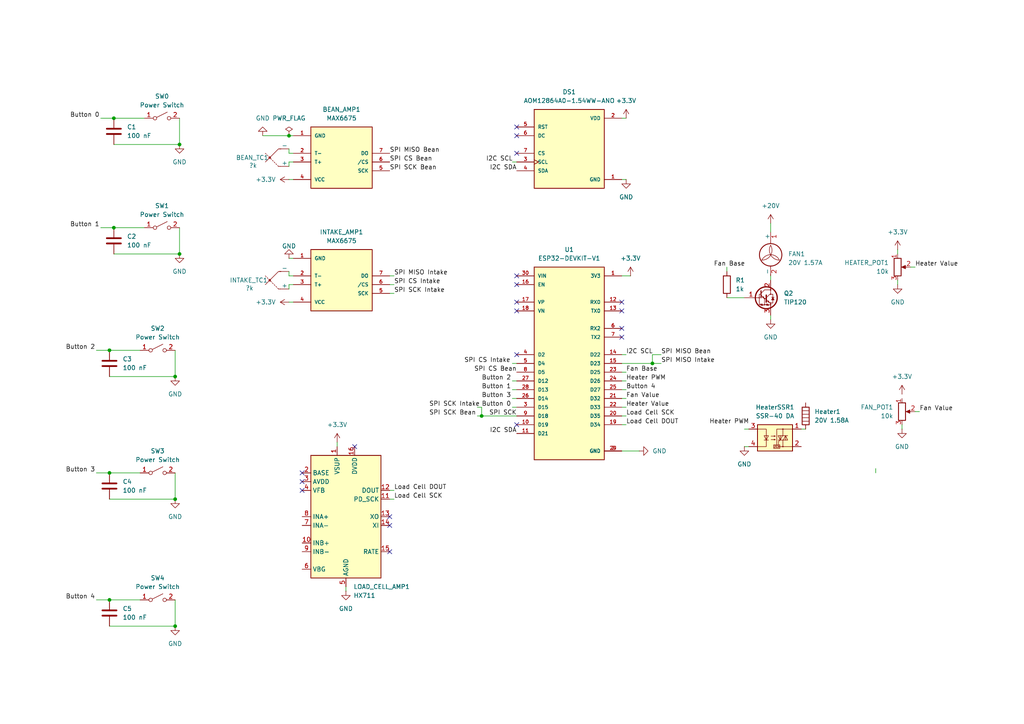
<source format=kicad_sch>
(kicad_sch (version 20250114) (generator "eeschema") (generator_version "9.0")
  (paper "A4")
  (title_block (title "Digital Coffee Roaster") (date "2025-01-04") (rev "alpha-1.0") (company "Todd Jobe"))
  (lib_symbols
    (symbol "AOM12864A0-1.54WW-ANO:AOM12864A0-1.54WW-ANO" (pin_names (offset 1.016))
      (property "Reference" "DS" (at -10.16 10.922 0))
      (property "Value" "AOM12864A0-1.54WW-ANO" (at -10.16 -15.24 0))
      (symbol "AOM12864A0-1.54WW-ANO_0_0"
        (rectangle (start -10.16 -12.7) (end 10.16 10.16) (stroke (width 0.254)) (fill (type background)))
        (pin input line (at -15.24 5.08 0) (length 5.08) (name "RST") (number "5"))
        (pin input line (at -15.24 2.54 0) (length 5.08) (name "DC") (number "6"))
        (pin input line (at -15.24 -2.54 0) (length 5.08) (name "CS") (number "7"))
        (pin input clock (at -15.24 -5.08 0) (length 5.08) (name "SCL") (number "3"))
        (pin bidirectional line (at -15.24 -7.62 0) (length 5.08) (name "SDA") (number "4"))
        (pin power_in line (at 15.24 7.62 180) (length 5.08) (name "VDD") (number "2"))
        (pin power_in line (at 15.24 -10.16 180) (length 5.08) (name "GND") (number "1"))
      )
    )
    (symbol "Analog_ADC:HX711"
      (property "Reference" "U" (at 5.08 21.59 0))
      (property "Value" "HX711" (at 7.62 19.05 0))
      (symbol "HX711_0_1"
        (rectangle (start -10.16 17.78) (end 10.16 -17.78) (stroke (width 0.254)) (fill (type background)))
      )
      (symbol "HX711_1_1"
        (pin passive line (at -12.7 12.7 0) (length 2.54) (name "BASE") (number "2"))
        (pin power_in line (at -12.7 10.16 0) (length 2.54) (name "AVDD") (number "3"))
        (pin input line (at -12.7 7.62 0) (length 2.54) (name "VFB") (number "4"))
        (pin input line (at -12.7 0 0) (length 2.54) (name "INA+") (number "8"))
        (pin input line (at -12.7 -2.54 0) (length 2.54) (name "INA-") (number "7"))
        (pin input line (at -12.7 -7.62 0) (length 2.54) (name "INB+") (number "10"))
        (pin input line (at -12.7 -10.16 0) (length 2.54) (name "INB-") (number "9"))
        (pin passive line (at -12.7 -15.24 0) (length 2.54) (name "VBG") (number "6"))
        (pin power_in line (at -2.54 20.32 270) (length 2.54) (name "VSUP") (number "1"))
        (pin power_in line (at 0 -20.32 90) (length 2.54) (name "AGND") (number "5"))
        (pin power_in line (at 2.54 20.32 270) (length 2.54) (name "DVDD") (number "16"))
        (pin output line (at 12.7 7.62 180) (length 2.54) (name "DOUT") (number "12"))
        (pin input line (at 12.7 5.08 180) (length 2.54) (name "PD_SCK") (number "11"))
        (pin passive line (at 12.7 0 180) (length 2.54) (name "XO") (number "13"))
        (pin passive line (at 12.7 -2.54 180) (length 2.54) (name "XI") (number "14"))
        (pin input line (at 12.7 -10.16 180) (length 2.54) (name "RATE") (number "15"))
      )
    )
    (symbol "Device:C" (pin_numbers (hide yes)) (pin_names (offset 0.254))
      (property "Reference" "C" (at 0.635 2.54 0))
      (property "Value" "C" (at 0.635 -2.54 0))
      (symbol "C_0_1"
        (polyline (pts (xy -2.032 0.762) (xy 2.032 0.762)) (stroke (width 0.508)))
        (polyline (pts (xy -2.032 -0.762) (xy 2.032 -0.762)) (stroke (width 0.508)))
      )
      (symbol "C_1_1"
        (pin passive line (at 0 3.81 270) (length 2.794) (name "~") (number "1"))
        (pin passive line (at 0 -3.81 90) (length 2.794) (name "~") (number "2"))
      )
    )
    (symbol "Device:Heater" (pin_numbers (hide yes)) (pin_names (offset 0))
      (property "Reference" "R" (at 2.032 0 90))
      (property "Value" "Heater" (at -2.032 0 90))
      (symbol "Heater_0_1"
        (polyline (pts (xy -1.016 1.524) (xy 1.016 1.524)))
        (rectangle (start -1.016 -2.54) (end 1.016 2.54) (stroke (width 0.254)))
        (polyline (pts (xy 1.016 0.508) (xy -1.016 0.508)))
        (polyline (pts (xy 1.016 -0.508) (xy -1.016 -0.508)))
        (polyline (pts (xy 1.016 -1.524) (xy -1.016 -1.524)))
      )
      (symbol "Heater_1_1"
        (pin passive line (at 0 3.81 270) (length 1.27) (name "~") (number "1"))
        (pin passive line (at 0 -3.81 90) (length 1.27) (name "~") (number "2"))
      )
    )
    (symbol "Device:R" (pin_numbers (hide yes)) (pin_names (offset 0))
      (property "Reference" "R" (at 2.032 0 90))
      (property "Value" "R" (at 0 0 90))
      (symbol "R_0_1"
        (rectangle (start -1.016 -2.54) (end 1.016 2.54) (stroke (width 0.254)))
      )
      (symbol "R_1_1"
        (pin passive line (at 0 3.81 270) (length 1.27) (name "~") (number "1"))
        (pin passive line (at 0 -3.81 90) (length 1.27) (name "~") (number "2"))
      )
    )
    (symbol "Device:R_Potentiometer" (pin_names (offset 1.016) (hide yes))
      (property "Reference" "RV" (at -4.445 0 90))
      (property "Value" "R_Potentiometer" (at -2.54 0 90))
      (symbol "R_Potentiometer_0_1"
        (rectangle (start 1.016 2.54) (end -1.016 -2.54) (stroke (width 0.254)))
        (polyline (pts (xy 1.143 0) (xy 2.286 0.508) (xy 2.286 -0.508) (xy 1.143 0)) (fill (type outline)))
        (polyline (pts (xy 2.54 0) (xy 1.524 0)))
      )
      (symbol "R_Potentiometer_1_1"
        (pin passive line (at 0 3.81 270) (length 1.27) (name "1") (number "1"))
        (pin passive line (at 0 -3.81 90) (length 1.27) (name "3") (number "3"))
        (pin passive line (at 3.81 0 180) (length 1.27) (name "2") (number "2"))
      )
    )
    (symbol "Device:Thermocouple" (pin_numbers (hide yes)) (pin_names (offset 0))
      (property "Reference" "TC" (at -3.048 3.81 0))
      (property "Value" "Thermocouple" (at -5.08 -4.064 0))
      (symbol "Thermocouple_0_1"
        (polyline (pts (xy -4.064 -1.016) (xy -4.318 -1.27)))
        (polyline (pts (xy -3.556 -0.508) (xy -3.81 -0.762)))
        (circle (center -3.048 0) (radius 0.254) (fill (type outline)))
        (polyline (pts (xy -3.048 0) (xy -3.302 -0.254)))
        (polyline (pts (xy -2.54 0.508) (xy -2.794 0.254)))
        (polyline (pts (xy -2.032 1.016) (xy -2.286 0.762)))
        (polyline (pts (xy -1.524 1.524) (xy -1.778 1.27)))
        (polyline (pts (xy -1.016 2.032) (xy -1.27 1.778)))
        (polyline (pts (xy -0.508 2.54) (xy -0.762 2.286)))
        (polyline (pts (xy 0 2.54) (xy -0.508 2.54)))
        (polyline (pts (xy 0 -2.54) (xy -0.254 -2.54)))
        (polyline (pts (xy 0.254 -2.54) (xy -0.508 -2.54) (xy -4.318 1.27)))
      )
      (symbol "Thermocouple_1_1"
        (pin passive line (at 2.54 2.54 180) (length 2.54) (name "+") (number "1"))
        (pin passive line (at 2.54 -2.54 180) (length 2.54) (name "-") (number "2"))
      )
    )
    (symbol "ESP32-DEVKIT-V1:ESP32-DEVKIT-V1" (pin_names (offset 1.016))
      (property "Reference" "U" (at -10.16 30.48 0))
      (property "Value" "ESP32-DEVKIT-V1" (at -10.16 -30.48 0))
      (symbol "ESP32-DEVKIT-V1_0_0"
        (rectangle (start -10.16 -27.94) (end 10.16 27.94) (stroke (width 0.254)) (fill (type background)))
        (pin input line (at -15.24 25.4 0) (length 5.08) (name "VIN") (number "30"))
        (pin input line (at -15.24 22.86 0) (length 5.08) (name "EN") (number "16"))
        (pin bidirectional line (at -15.24 17.78 0) (length 5.08) (name "VP") (number "17"))
        (pin bidirectional line (at -15.24 15.24 0) (length 5.08) (name "VN") (number "18"))
        (pin bidirectional line (at -15.24 2.54 0) (length 5.08) (name "D2") (number "4"))
        (pin bidirectional line (at -15.24 0 0) (length 5.08) (name "D4") (number "5"))
        (pin bidirectional line (at -15.24 -2.54 0) (length 5.08) (name "D5") (number "8"))
        (pin bidirectional line (at -15.24 -5.08 0) (length 5.08) (name "D12") (number "27"))
        (pin bidirectional line (at -15.24 -7.62 0) (length 5.08) (name "D13") (number "28"))
        (pin bidirectional line (at -15.24 -10.16 0) (length 5.08) (name "D14") (number "26"))
        (pin bidirectional line (at -15.24 -12.7 0) (length 5.08) (name "D15") (number "3"))
        (pin bidirectional line (at -15.24 -15.24 0) (length 5.08) (name "D18") (number "9"))
        (pin bidirectional line (at -15.24 -17.78 0) (length 5.08) (name "D19") (number "10"))
        (pin bidirectional line (at -15.24 -20.32 0) (length 5.08) (name "D21") (number "11"))
        (pin output line (at 15.24 25.4 180) (length 5.08) (name "3V3") (number "1"))
        (pin input line (at 15.24 17.78 180) (length 5.08) (name "RX0") (number "12"))
        (pin output line (at 15.24 15.24 180) (length 5.08) (name "TX0") (number "13"))
        (pin input line (at 15.24 10.16 180) (length 5.08) (name "RX2") (number "6"))
        (pin output line (at 15.24 7.62 180) (length 5.08) (name "TX2") (number "7"))
        (pin bidirectional line (at 15.24 2.54 180) (length 5.08) (name "D22") (number "14"))
        (pin bidirectional line (at 15.24 0 180) (length 5.08) (name "D23") (number "15"))
        (pin bidirectional line (at 15.24 -2.54 180) (length 5.08) (name "D25") (number "23"))
        (pin bidirectional line (at 15.24 -5.08 180) (length 5.08) (name "D26") (number "24"))
        (pin bidirectional line (at 15.24 -7.62 180) (length 5.08) (name "D27") (number "25"))
        (pin bidirectional line (at 15.24 -10.16 180) (length 5.08) (name "D32") (number "21"))
        (pin bidirectional line (at 15.24 -12.7 180) (length 5.08) (name "D33") (number "22"))
        (pin bidirectional line (at 15.24 -15.24 180) (length 5.08) (name "D35") (number "20"))
        (pin bidirectional line (at 15.24 -17.78 180) (length 5.08) (name "D34") (number "19"))
        (pin power_in line (at 15.24 -25.4 180) (length 5.08) (name "GND") (number "2"))
        (pin power_in line (at 15.24 -25.4 180) (length 5.08) (name "GND") (number "29"))
      )
    )
    (symbol "MAX6675:MAX6675" (pin_names (offset 1.016))
      (property "Reference" "IC" (at 10.16 7.62 0))
      (property "Value" "MAX6675" (at -7.62 -15.24 0))
      (symbol "MAX6675_0_0"
        (rectangle (start -7.62 -12.7) (end 10.16 5.08) (stroke (width 0.254)) (fill (type background)))
        (pin power_in line (at -12.7 2.54 0) (length 5.08) (name "GND") (number "1"))
        (pin input line (at -12.7 -2.54 0) (length 5.08) (name "T-") (number "2"))
        (pin input line (at -12.7 -5.08 0) (length 5.08) (name "T+") (number "3"))
        (pin power_in line (at -12.7 -10.16 0) (length 5.08) (name "VCC") (number "4"))
        (pin output line (at 15.24 -2.54 180) (length 5.08) (name "DO") (number "7"))
        (pin input line (at 15.24 -5.08 180) (length 5.08) (name "/CS") (number "6"))
        (pin input line (at 15.24 -7.62 180) (length 5.08) (name "SCK") (number "5"))
      )
    )
    (symbol "Motor:Fan" (pin_names (offset 0))
      (property "Reference" "M" (at 2.54 5.08 0))
      (property "Value" "Fan" (at 2.54 -2.54 0))
      (symbol "Fan_0_1"
        (arc (start 0 3.81) (mid -0.0015 0.9048) (end -2.54 -0.508))
        (polyline (pts (xy 0 4.572) (xy 0 5.08)))
        (polyline (pts (xy 0 4.2672) (xy 0 4.6228)))
        (circle (center 0 1.016) (radius 3.2512) (stroke (width 0.254)))
        (arc (start -2.54 -0.508) (mid 0 1.0618) (end 2.54 -0.508))
        (polyline (pts (xy 0 -2.2352) (xy 0 -2.6416)))
        (polyline (pts (xy 0 -5.08) (xy 0 -4.572)))
        (arc (start 2.54 -0.508) (mid 0.047 0.9315) (end 0 3.81))
      )
      (symbol "Fan_1_1"
        (pin passive line (at 0 7.62 270) (length 2.54) (name "+") (number "1"))
        (pin passive line (at 0 -5.08 90) (length 2.54) (name "-") (number "2"))
      )
    )
    (symbol "Relay_SolidState:S216S02"
      (property "Reference" "U" (at -5.08 5.08 0))
      (property "Value" "S216S02" (at 0 5.08 0))
      (symbol "S216S02_0_0"
        (rectangle (start -0.381 -2.032) (end 1.397 -3.048))
        (polyline (pts (xy 1.524 -0.635) (xy 1.016 -1.016) (xy 1.016 -2.032)))
        (polyline (pts (xy 2.286 -2.54) (xy 1.397 -2.54)))
        (text "ZCD" (at 0.508 -2.54 0) (effects (font (size 0.508 0.508))))
      )
      (symbol "S216S02_0_1"
        (rectangle (start -5.08 3.81) (end 5.08 -3.81) (stroke (width 0.254)) (fill (type background)))
        (polyline (pts (xy -5.08 2.54) (xy -2.54 2.54) (xy -2.54 -2.54) (xy -5.08 -2.54)))
        (polyline (pts (xy -3.175 -0.635) (xy -1.905 -0.635)))
        (polyline (pts (xy -2.54 -0.635) (xy -3.175 0.635) (xy -1.905 0.635) (xy -2.54 -0.635)))
        (polyline (pts (xy -1.143 0.508) (xy 0.127 0.508) (xy -0.254 0.381) (xy -0.254 0.635) (xy 0.127 0.508)))
        (polyline (pts (xy -1.143 -0.508) (xy 0.127 -0.508) (xy -0.254 -0.635) (xy -0.254 -0.381) (xy 0.127 -0.508)))
        (polyline (pts (xy 0.889 -0.635) (xy 3.683 -0.635) (xy 3.048 0.635) (xy 2.413 -0.635)))
        (polyline (pts (xy 1.524 -0.635) (xy 1.524 0.635)))
        (polyline (pts (xy 2.286 2.54) (xy 0.508 2.54) (xy 0.508 -2.032)))
        (circle (center 2.286 2.54) (radius 0.127))
        (polyline (pts (xy 2.286 0.635) (xy 2.286 2.54) (xy 5.08 2.54)))
        (polyline (pts (xy 2.286 -0.635) (xy 2.286 -2.54) (xy 5.08 -2.54)))
        (circle (center 2.286 -2.54) (radius 0.127))
        (polyline (pts (xy 3.048 0.635) (xy 3.048 -0.635)))
        (polyline (pts (xy 3.683 0.635) (xy 0.889 0.635) (xy 1.524 -0.635) (xy 2.159 0.635)))
      )
      (symbol "S216S02_1_1"
        (pin passive line (at -7.62 2.54 0) (length 2.54) (name "~") (number "3"))
        (pin passive line (at -7.62 -2.54 0) (length 2.54) (name "~") (number "4"))
        (pin passive line (at 7.62 2.54 180) (length 2.54) (name "~") (number "1"))
        (pin passive line (at 7.62 -2.54 180) (length 2.54) (name "~") (number "2"))
      )
    )
    (symbol "Switch:SW_SPST" (pin_names (offset 0) (hide yes))
      (property "Reference" "SW" (at 0 3.175 0))
      (property "Value" "SW_SPST" (at 0 -2.54 0))
      (symbol "SW_SPST_0_0"
        (circle (center -2.032 0) (radius 0.508))
        (polyline (pts (xy -1.524 0.254) (xy 1.524 1.778)))
        (circle (center 2.032 0) (radius 0.508))
      )
      (symbol "SW_SPST_1_1"
        (pin passive line (at -5.08 0 0) (length 2.54) (name "A") (number "1"))
        (pin passive line (at 5.08 0 180) (length 2.54) (name "B") (number "2"))
      )
    )
    (symbol "Transistor_BJT:TIP120" (pin_names (offset 0) (hide yes))
      (property "Reference" "Q" (at 5.08 1.905 0))
      (property "Value" "TIP120" (at 5.08 0 0))
      (symbol "TIP120_0_1"
        (polyline (pts (xy -1.27 0) (xy -0.889 0)))
        (circle (center -0.762 0) (radius 0.127))
        (polyline (pts (xy -0.254 2.032) (xy -0.254 0) (xy -0.254 0)) (stroke (width 0.3048)))
        (polyline (pts (xy -0.254 1.27) (xy 0.762 2.286) (xy 2.54 2.286)))
        (polyline (pts (xy -0.254 1.016) (xy -0.762 1.016) (xy -0.762 -2.032)))
        (polyline (pts (xy -0.254 0.762) (xy 0.762 -0.254) (xy 1.27 -0.254)))
        (polyline (pts (xy 0.635 -0.127) (xy 0.381 0.381) (xy 0.127 0.127) (xy 0.635 -0.127)))
        (polyline (pts (xy 0.762 -0.254) (xy 0.762 -2.032) (xy 1.143 -2.032) (xy 1.27 -1.778) (xy 1.397 -2.286) (xy 1.524 -1.778) (xy 1.651 -2.286) (xy 1.778 -1.778) (xy 1.905 -2.286) (xy 2.032 -2.032) (xy 2.54 -2.032)))
        (circle (center 0.762 -0.254) (radius 0.127))
        (polyline (pts (xy 0.762 -2.032) (xy 0.381 -2.032) (xy 0.254 -2.286) (xy 0.127 -1.778) (xy 0 -2.286) (xy -0.127 -1.778) (xy -0.254 -2.286) (xy -0.381 -1.778) (xy -0.508 -2.032) (xy -0.762 -2.032)))
        (circle (center 0.762 -2.032) (radius 0.127))
        (polyline (pts (xy 1.27 0.762) (xy 1.27 -1.27) (xy 1.27 -1.27)) (stroke (width 0.381)))
        (polyline (pts (xy 1.27 0) (xy 2.286 1.016) (xy 2.54 1.016) (xy 2.54 2.286)))
        (circle (center 1.27 0) (radius 3.175) (stroke (width 0.3556)))
        (polyline (pts (xy 1.27 -0.508) (xy 2.286 -1.524) (xy 2.54 -1.524) (xy 2.54 -2.032)))
        (polyline (pts (xy 2.159 -1.397) (xy 1.905 -0.889) (xy 1.651 -1.143) (xy 2.159 -1.397)))
        (circle (center 2.54 2.286) (radius 0.127))
        (circle (center 2.54 1.016) (radius 0.127))
        (polyline (pts (xy 2.54 -1.524) (xy 3.175 -1.524)))
        (circle (center 2.54 -1.524) (radius 0.127))
        (polyline (pts (xy 2.54 -2.032) (xy 2.54 -2.54)))
        (circle (center 2.54 -2.032) (radius 0.127))
        (polyline (pts (xy 2.794 0.127) (xy 3.556 0.127)))
        (polyline (pts (xy 3.175 1.016) (xy 2.54 1.016)))
        (polyline (pts (xy 3.175 1.016) (xy 3.175 0.127)))
        (polyline (pts (xy 3.175 0.127) (xy 2.794 -0.635) (xy 3.556 -0.635) (xy 3.175 0.127)) (fill (type outline)))
        (polyline (pts (xy 3.175 -0.635) (xy 3.175 -1.524)))
      )
      (symbol "TIP120_1_1"
        (pin input line (at -5.08 0 0) (length 3.81) (name "B") (number "1"))
        (pin passive line (at 2.54 5.08 270) (length 2.667) (name "C") (number "2"))
        (pin passive line (at 2.54 -5.08 90) (length 2.54) (name "E") (number "3"))
      )
    )
    (symbol "power:+3.3V" (power) (pin_numbers (hide yes)) (pin_names (offset 0) (hide yes))
      (property "Value" "+3.3V" (at 0 3.556 0))
      (symbol "+3.3V_0_1"
        (polyline (pts (xy -0.762 1.27) (xy 0 2.54)))
        (polyline (pts (xy 0 2.54) (xy 0.762 1.27)))
        (polyline (pts (xy 0 0) (xy 0 2.54)))
      )
      (symbol "+3.3V_1_1"
        (pin power_in line (at 0 0 90) (length 0) (name "~") (number "1"))
      )
    )
    (symbol "power:GND" (power) (pin_numbers (hide yes)) (pin_names (offset 0) (hide yes))
      (property "Value" "GND" (at 0 -3.81 0))
      (symbol "GND_0_1"
        (polyline (pts (xy 0 0) (xy 0 -1.27) (xy 1.27 -1.27) (xy 0 -2.54) (xy -1.27 -1.27) (xy 0 -1.27)))
      )
      (symbol "GND_1_1"
        (pin power_in line (at 0 0 270) (length 0) (name "~") (number "1"))
      )
    )
    (symbol "power:PWR_FLAG" (power) (pin_numbers (hide yes)) (pin_names (offset 0) (hide yes))
      (property "Value" "PWR_FLAG" (at 0 3.81 0))
      (symbol "PWR_FLAG_0_0"
        (pin power_out line (at 0 0 90) (length 0) (name "~") (number "1"))
      )
      (symbol "PWR_FLAG_0_1"
        (polyline (pts (xy 0 0) (xy 0 1.27) (xy -1.016 1.905) (xy 0 2.54) (xy 1.016 1.905) (xy 0 1.27)))
      )
    )
    (symbol "power:VDC" (power) (pin_numbers (hide yes)) (pin_names (offset 0) (hide yes))
      (property "Value" "VDC" (at 0 3.556 0))
      (symbol "VDC_0_1"
        (polyline (pts (xy -0.762 1.27) (xy 0 2.54)))
        (polyline (pts (xy 0 2.54) (xy 0.762 1.27)))
        (polyline (pts (xy 0 0) (xy 0 2.54)))
      )
      (symbol "VDC_1_1"
        (pin power_in line (at 0 0 90) (length 0) (name "~") (number "1"))
      )
    )
  )
  (junction (at 83.82 39.37))
  (junction (at 189.23 105.41))
  (junction (at 33.02 66.04))
  (junction (at 31.75 101.6))
  (junction (at 139.7 120.65))
  (junction (at 52.07 73.66))
  (junction (at 31.75 137.16))
  (junction (at 50.8 144.78))
  (junction (at 31.75 173.99))
  (junction (at 50.8 181.61))
  (junction (at 50.8 109.22))
  (junction (at 33.02 34.29))
  (junction (at 52.07 41.91))
  (no_connect (at 149.86 123.19))
  (no_connect (at 149.86 87.63))
  (no_connect (at 102.87 129.54))
  (no_connect (at 113.03 160.02))
  (no_connect (at 149.86 44.45))
  (no_connect (at 87.63 142.24))
  (no_connect (at 180.34 95.25))
  (no_connect (at 87.63 139.7))
  (no_connect (at 149.86 36.83))
  (no_connect (at 149.86 39.37))
  (no_connect (at 87.63 137.16))
  (no_connect (at 180.34 90.17))
  (no_connect (at 113.03 149.86))
  (no_connect (at 113.03 152.4))
  (no_connect (at 180.34 97.79))
  (no_connect (at 149.86 90.17))
  (no_connect (at 149.86 80.01))
  (no_connect (at 149.86 102.87))
  (no_connect (at 149.86 82.55))
  (no_connect (at 180.34 87.63))
  (wire (pts (xy 180.34 102.87) (xy 181.61 102.87)))
  (wire (pts (xy 83.82 74.93) (xy 85.09 74.93)))
  (wire (pts (xy 180.34 118.11) (xy 181.61 118.11)))
  (wire (pts (xy 210.82 77.47) (xy 210.82 78.74)))
  (wire (pts (xy 50.8 101.6) (xy 50.8 109.22)))
  (wire (pts (xy 180.34 110.49) (xy 181.61 110.49)))
  (wire (pts (xy 261.62 123.19) (xy 261.62 124.46)))
  (wire (pts (xy 33.02 66.04) (xy 41.91 66.04)))
  (wire (pts (xy 31.75 181.61) (xy 50.8 181.61)))
  (wire (pts (xy 210.82 86.36) (xy 215.9 86.36)))
  (wire (pts (xy 85.09 39.37) (xy 83.82 39.37)))
  (wire (pts (xy 83.82 52.07) (xy 85.09 52.07)))
  (wire (pts (xy 148.59 110.49) (xy 149.86 110.49)))
  (wire (pts (xy 189.23 105.41) (xy 191.77 105.41)))
  (wire (pts (xy 180.34 105.41) (xy 189.23 105.41)))
  (wire (pts (xy 180.34 80.01) (xy 182.88 80.01)))
  (wire (pts (xy 31.75 101.6) (xy 40.64 101.6)))
  (wire (pts (xy 113.03 85.09) (xy 114.3 85.09)))
  (wire (pts (xy 189.23 102.87) (xy 191.77 102.87)))
  (wire (pts (xy 83.82 83.82) (xy 83.82 82.55)))
  (wire (pts (xy 254 135.89) (xy 254 137.16)))
  (wire (pts (xy 180.34 130.81) (xy 185.42 130.81)))
  (wire (pts (xy 265.43 119.38) (xy 266.7 119.38)))
  (wire (pts (xy 52.07 66.04) (xy 52.07 73.66)))
  (wire (pts (xy 138.43 118.11) (xy 139.7 118.11)))
  (wire (pts (xy 223.52 91.44) (xy 223.52 92.71)))
  (wire (pts (xy 180.34 115.57) (xy 181.61 115.57)))
  (wire (pts (xy 189.23 105.41) (xy 189.23 102.87)))
  (wire (pts (xy 83.82 87.63) (xy 85.09 87.63)))
  (wire (pts (xy 180.34 120.65) (xy 181.61 120.65)))
  (wire (pts (xy 260.35 81.28) (xy 260.35 82.55)))
  (wire (pts (xy 180.34 123.19) (xy 181.61 123.19)))
  (wire (pts (xy 180.34 34.29) (xy 181.61 34.29)))
  (wire (pts (xy 83.82 48.26) (xy 83.82 46.99)))
  (wire (pts (xy 139.7 120.65) (xy 149.86 120.65)))
  (wire (pts (xy 33.02 34.29) (xy 41.91 34.29)))
  (wire (pts (xy 260.35 72.39) (xy 260.35 73.66)))
  (wire (pts (xy 113.03 82.55) (xy 114.3 82.55)))
  (wire (pts (xy 27.94 173.99) (xy 31.75 173.99)))
  (wire (pts (xy 27.94 137.16) (xy 31.75 137.16)))
  (wire (pts (xy 83.82 78.74) (xy 83.82 80.01)))
  (wire (pts (xy 180.34 113.03) (xy 181.61 113.03)))
  (wire (pts (xy 83.82 80.01) (xy 85.09 80.01)))
  (wire (pts (xy 83.82 46.99) (xy 85.09 46.99)))
  (wire (pts (xy 148.59 115.57) (xy 149.86 115.57)))
  (wire (pts (xy 223.52 64.77) (xy 223.52 67.31)))
  (wire (pts (xy 31.75 144.78) (xy 50.8 144.78)))
  (wire (pts (xy 31.75 137.16) (xy 40.64 137.16)))
  (wire (pts (xy 83.82 82.55) (xy 85.09 82.55)))
  (wire (pts (xy 215.9 124.46) (xy 217.17 124.46)))
  (wire (pts (xy 148.59 105.41) (xy 149.86 105.41)))
  (wire (pts (xy 83.82 39.37) (xy 76.2 39.37)))
  (wire (pts (xy 27.94 101.6) (xy 31.75 101.6)))
  (wire (pts (xy 83.82 44.45) (xy 85.09 44.45)))
  (wire (pts (xy 113.03 80.01) (xy 114.3 80.01)))
  (wire (pts (xy 264.16 77.47) (xy 265.43 77.47)))
  (wire (pts (xy 148.59 113.03) (xy 149.86 113.03)))
  (wire (pts (xy 33.02 41.91) (xy 52.07 41.91)))
  (wire (pts (xy 50.8 137.16) (xy 50.8 144.78)))
  (wire (pts (xy 215.9 129.54) (xy 217.17 129.54)))
  (wire (pts (xy 29.21 66.04) (xy 33.02 66.04)))
  (wire (pts (xy 232.41 124.46) (xy 233.68 124.46)))
  (wire (pts (xy 113.03 144.78) (xy 114.3 144.78)))
  (wire (pts (xy 50.8 173.99) (xy 50.8 181.61)))
  (wire (pts (xy 180.34 52.07) (xy 181.61 52.07)))
  (wire (pts (xy 29.21 34.29) (xy 33.02 34.29)))
  (wire (pts (xy 52.07 34.29) (xy 52.07 41.91)))
  (wire (pts (xy 31.75 109.22) (xy 50.8 109.22)))
  (wire (pts (xy 113.03 142.24) (xy 114.3 142.24)))
  (wire (pts (xy 148.59 118.11) (xy 149.86 118.11)))
  (wire (pts (xy 139.7 120.65) (xy 139.7 118.11)))
  (wire (pts (xy 83.82 43.18) (xy 83.82 44.45)))
  (wire (pts (xy 138.43 120.65) (xy 139.7 120.65)))
  (wire (pts (xy 223.52 80.01) (xy 223.52 81.28)))
  (wire (pts (xy 33.02 73.66) (xy 52.07 73.66)))
  (wire (pts (xy 180.34 107.95) (xy 181.61 107.95)))
  (wire (pts (xy 100.33 170.18) (xy 100.33 171.45)))
  (wire (pts (xy 148.59 46.99) (xy 149.86 46.99)))
  (wire (pts (xy 31.75 173.99) (xy 40.64 173.99)))
  (wire (pts (xy 97.79 128.27) (xy 97.79 129.54)))
  (label "SPI MISO Intake" (at 114.3 80.01 0))
  (label "SPI SCK Bean" (at 124.46 120.65 0))
  (label "SPI SCK Intake" (at 124.46 118.11 0))
  (label "Fan Value" (at 181.61 115.57 0))
  (label "Button 0" (at 20.32 34.29 0))
  (label "Load Cell DOUT" (at 114.3 142.24 0))
  (label "Heater Value" (at 265.43 77.47 0))
  (label "I2C SDA" (at 149.86 125.73 180))
  (label "Button 1" (at 139.7 113.03 0))
  (label "Button 4" (at 19.05 173.99 0))
  (label "Heater Value" (at 181.61 118.11 0))
  (label "Heater PWM" (at 205.74 123.19 0))
  (label "Button 2" (at 139.7 110.49 0))
  (label "Heater PWM" (at 181.61 110.49 0))
  (label "Fan Value" (at 266.7 119.38 0))
  (label "Button 3" (at 19.05 137.16 0))
  (label "Fan Base" (at 181.61 107.95 0))
  (label "SPI MISO Intake" (at 191.77 105.41 0))
  (label "SPI CS Intake" (at 134.62 105.41 0))
  (label "SPI MISO Bean" (at 113.03 44.45 0))
  (label "Load Cell DOUT" (at 181.61 123.19 0))
  (label "SPI SCK Bean" (at 113.03 49.53 0))
  (label "I2C SCL" (at 181.61 102.87 0))
  (label "SPI SCK" (at 149.86 120.65 180))
  (label "I2C SDA" (at 149.86 49.53 180))
  (label "Button 3" (at 139.7 115.57 0))
  (label "SPI CS Intake" (at 114.3 82.55 0))
  (label "Load Cell SCK" (at 181.61 120.65 0))
  (label "Button 1" (at 20.32 66.04 0))
  (label "SPI CS Bean" (at 149.86 107.95 180))
  (label "SPI SCK Intake" (at 114.3 85.09 0))
  (label "SPI CS Bean" (at 113.03 46.99 0))
  (label "I2C SCL" (at 140.97 46.99 0))
  (label "Button 4" (at 181.61 113.03 0))
  (label "Load Cell SCK" (at 114.3 144.78 0))
  (label "Button 2" (at 19.05 101.6 0))
  (label "Fan Base" (at 207.01 77.47 0))
  (label "SPI MISO Bean" (at 191.77 102.87 0))
  (label "Button 0" (at 139.7 118.11 0))
  (symbol (lib_id "power:GND") (at 181.61 52.07 0) (unit 1)
    (property "Reference" "#PWR06" (effects (hide yes)))
    (property "Value" "GND" (at 181.61 57.15 0))
    (property "Description" "Power symbol creates a global label with name \"GND\" , ground" (effects (hide yes)))
  )
  (symbol (lib_id "power:+3.3V") (at 260.35 72.39 0) (unit 1)
    (property "Reference" "#PWR020" (effects (hide yes)))
    (property "Value" "+3.3V" (at 260.35 67.31 0))
    (property "Description" "Power symbol creates a global label with name \"+3.3V\"" (effects (hide yes)))
  )
  (symbol (lib_id "Transistor_BJT:TIP120") (at 220.98 86.36 0) (unit 1)
    (property "Reference" "Q2" (at 227.33 85.0899 0) (effects (justify left)))
    (property "Value" "TIP120" (at 227.33 87.6299 0) (effects (justify left)))
    (property "Footprint" "Package_TO_SOT_THT:TO-220-3_Vertical" (effects (hide yes)))
    (property "Datasheet" "https://www.onsemi.com/pub/Collateral/TIP120-D.PDF" (effects (hide yes)))
    (property "Description" "5A Ic, 60V Vce, Silicon Darlington Power NPN Transistor, TO-220" (effects (hide yes)))
  )
  (symbol (lib_id "MAX6675:MAX6675") (at 97.79 41.91 0) (unit 1)
    (property "Reference" "BEAN_AMP1" (at 99.06 31.75 0))
    (property "Value" "MAX6675" (at 99.06 34.29 0))
    (property "Footprint" "MAX6675:SO08" (effects (hide yes)))
    (property "MF" "Analog Devices" (effects (hide yes)))
    (property "Description_1" "\n                        \n                            Temperature Sensor Development Tools Eval Kit MAX6675 (Cold-Junction-Compensated K-Thermocouple-to-DigitalConverter (0 C to +1024 C))\n                        \n" (effects (hide yes)))
    (property "Package" "SOIC-8 Maxim" (effects (hide yes)))
    (property "Price" "None" (effects (hide yes)))
    (property "SnapEDA_Link" "https://www.snapeda.com/parts/MAX6675/Analog+Devices/view-part/?ref=snap" (effects (hide yes)))
    (property "MP" "MAX6675" (effects (hide yes)))
    (property "Availability" "In Stock" (effects (hide yes)))
    (property "Check_prices" "https://www.snapeda.com/parts/MAX6675/Analog+Devices/view-part/?ref=eda" (effects (hide yes)))
  )
  (symbol (lib_id "Device:C") (at 33.02 38.1 0) (unit 1)
    (property "Reference" "C1" (at 36.83 36.8299 0) (effects (justify left)))
    (property "Value" "100 nF" (at 36.83 39.3699 0) (effects (justify left)))
    (property "Description" "Unpolarized capacitor" (effects (hide yes)))
  )
  (symbol (lib_id "power:GND") (at 261.62 124.46 0) (unit 1)
    (property "Reference" "#PWR012" (effects (hide yes)))
    (property "Value" "GND" (at 261.62 129.54 0))
    (property "Description" "Power symbol creates a global label with name \"GND\" , ground" (effects (hide yes)))
  )
  (symbol (lib_id "Device:Thermocouple") (at 81.28 81.28 0) (mirror x) (unit 1)
    (property "Reference" "INTAKE_TC1" (at 72.136 81.28 0))
    (property "Value" "?k" (at 72.39 83.566 0))
    (property "Description" "Thermocouple" (effects (hide yes)))
  )
  (symbol (lib_id "power:GND") (at 50.8 144.78 0) (unit 1)
    (property "Reference" "#PWR025" (effects (hide yes)))
    (property "Value" "GND" (at 50.8 149.86 0))
    (property "Description" "Power symbol creates a global label with name \"GND\" , ground" (effects (hide yes)))
  )
  (symbol (lib_id "power:+3.3V") (at 261.62 114.3 0) (unit 1)
    (property "Reference" "#PWR019" (effects (hide yes)))
    (property "Value" "+3.3V" (at 261.62 109.22 0))
    (property "Description" "Power symbol creates a global label with name \"+3.3V\"" (effects (hide yes)))
  )
  (symbol (lib_id "Analog_ADC:HX711") (at 100.33 149.86 0) (unit 1)
    (property "Reference" "LOAD_CELL_AMP1" (at 102.5241 170.18 0) (effects (justify left)))
    (property "Value" "HX711" (at 102.5241 172.72 0) (effects (justify left)))
    (property "Footprint" "Package_SO:SOP-16_3.9x9.9mm_P1.27mm" (effects (hide yes)))
    (property "Datasheet" "https://web.archive.org/web/20220615044707/https://akizukidenshi.com/download/ds/avia/hx711.pdf" (effects (hide yes)))
    (property "Description" "24-Bit Analog-to-Digital Converter (ADC) for Weight Scales" (effects (hide yes)))
  )
  (symbol (lib_id "Device:R_Potentiometer") (at 260.35 77.47 0) (unit 1)
    (property "Reference" "HEATER_POT1" (at 257.81 76.1999 0) (effects (justify right)))
    (property "Value" "10k" (at 257.81 78.7399 0) (effects (justify right)))
    (property "Description" "Potentiometer" (effects (hide yes)))
  )
  (symbol (lib_id "Device:C") (at 31.75 105.41 0) (unit 1)
    (property "Reference" "C3" (at 35.56 104.1399 0) (effects (justify left)))
    (property "Value" "100 nF" (at 35.56 106.6799 0) (effects (justify left)))
    (property "Description" "Unpolarized capacitor" (effects (hide yes)))
  )
  (symbol (lib_id "Switch:SW_SPST") (at 45.72 101.6 0) (unit 1)
    (property "Reference" "SW2" (at 45.72 95.25 0))
    (property "Value" "Power Switch" (at 45.72 97.79 0))
    (property "Description" "Single Pole Single Throw (SPST) switch" (effects (hide yes)))
  )
  (symbol (lib_id "Switch:SW_SPST") (at 45.72 173.99 0) (unit 1)
    (property "Reference" "SW4" (at 45.72 167.64 0))
    (property "Value" "Power Switch" (at 45.72 170.18 0))
    (property "Description" "Single Pole Single Throw (SPST) switch" (effects (hide yes)))
  )
  (symbol (lib_id "power:GND") (at 50.8 109.22 0) (unit 1)
    (property "Reference" "#PWR023" (effects (hide yes)))
    (property "Value" "GND" (at 50.8 114.3 0))
    (property "Description" "Power symbol creates a global label with name \"GND\" , ground" (effects (hide yes)))
  )
  (symbol (lib_id "AOM12864A0-1.54WW-ANO:AOM12864A0-1.54WW-ANO") (at 165.1 41.91 0) (unit 1)
    (property "Reference" "DS1" (at 165.1 26.67 0))
    (property "Value" "AOM12864A0-1.54WW-ANO" (at 165.1 29.21 0))
    (property "Footprint" "AOM12864A0-1.54WW-ANO:LCD_AOM12864A0-1.54WW-ANO" (effects (hide yes)))
    (property "DigiKey_Part_Number" "5491-AOM12864A0-1.54WW-ANO-ND" (effects (hide yes)))
    (property "SnapEDA_Link" "https://www.snapeda.com/parts/AOM12864A0-1.54WW-ANO/Orient+Display/view-part/?ref=snap" (effects (hide yes)))
    (property "MAXIMUM_PACKAGE_HEIGHT" "5.5mm" (effects (hide yes)))
    (property "Package" "None" (effects (hide yes)))
    (property "Check_prices" "https://www.snapeda.com/parts/AOM12864A0-1.54WW-ANO/Orient+Display/view-part/?ref=eda" (effects (hide yes)))
    (property "STANDARD" "Manufacturer Recommendations" (effects (hide yes)))
    (property "PARTREV" "O" (effects (hide yes)))
    (property "MF" "Orient Display" (effects (hide yes)))
    (property "MP" "AOM12864A0-1.54WW-ANO" (effects (hide yes)))
    (property "Description_1" "\n                        \n                            Non-Touch Graphic LCD Display Module - White OLED SPI 1.54 (39.12mm) 128 x 64\n                        \n" (effects (hide yes)))
    (property "MANUFACTURER" "Orient Display" (effects (hide yes)))
  )
  (symbol (lib_id "power:+3.3V") (at 97.79 128.27 0) (unit 1)
    (property "Reference" "#PWR08" (effects (hide yes)))
    (property "Value" "+3.3V" (at 97.79 123.19 0))
    (property "Description" "Power symbol creates a global label with name \"+3.3V\"" (effects (hide yes)))
  )
  (symbol (lib_id "Device:C") (at 31.75 140.97 0) (unit 1)
    (property "Reference" "C4" (at 35.56 139.6999 0) (effects (justify left)))
    (property "Value" "100 nF" (at 35.56 142.2399 0) (effects (justify left)))
    (property "Description" "Unpolarized capacitor" (effects (hide yes)))
  )
  (symbol (lib_id "power:GND") (at 260.35 82.55 0) (unit 1)
    (property "Reference" "#PWR013" (effects (hide yes)))
    (property "Value" "GND" (at 260.35 87.63 0))
    (property "Description" "Power symbol creates a global label with name \"GND\" , ground" (effects (hide yes)))
  )
  (symbol (lib_id "power:GND") (at 50.8 181.61 0) (unit 1)
    (property "Reference" "#PWR022" (effects (hide yes)))
    (property "Value" "GND" (at 50.8 186.69 0))
    (property "Description" "Power symbol creates a global label with name \"GND\" , ground" (effects (hide yes)))
  )
  (symbol (lib_id "power:PWR_FLAG") (at 83.82 39.37 0) (unit 1)
    (property "Reference" "#FLG01" (effects (hide yes)))
    (property "Value" "PWR_FLAG" (at 83.82 34.29 0))
    (property "Description" "Special symbol for telling ERC where power comes from" (effects (hide yes)))
  )
  (symbol (lib_id "power:+3.3V") (at 83.82 52.07 90) (unit 1)
    (property "Reference" "#PWR02" (effects (hide yes)))
    (property "Value" "+3.3V" (at 80.01 52.0699 90) (effects (justify left)))
    (property "Description" "Power symbol creates a global label with name \"+3.3V\"" (effects (hide yes)))
  )
  (symbol (lib_id "ESP32-DEVKIT-V1:ESP32-DEVKIT-V1") (at 165.1 105.41 0) (unit 1)
    (property "Reference" "U1" (at 165.1 72.39 0))
    (property "Value" "ESP32-DEVKIT-V1" (at 165.1 74.93 0))
    (property "Footprint" "ESP32-DEVKIT-V1:MODULE_ESP32_DEVKIT_V1" (effects (hide yes)))
    (property "MF" "Do it" (effects (hide yes)))
    (property "MAXIMUM_PACKAGE_HEIGHT" "6.8 mm" (effects (hide yes)))
    (property "Package" "None" (effects (hide yes)))
    (property "Price" "None" (effects (hide yes)))
    (property "Check_prices" "https://www.snapeda.com/parts/ESP32-DEVKIT-V1/Do+it/view-part/?ref=eda" (effects (hide yes)))
    (property "STANDARD" "Manufacturer Recommendations" (effects (hide yes)))
    (property "PARTREV" "N/A" (effects (hide yes)))
    (property "SnapEDA_Link" "https://www.snapeda.com/parts/ESP32-DEVKIT-V1/Do+it/view-part/?ref=snap" (effects (hide yes)))
    (property "MP" "ESP32-DEVKIT-V1" (effects (hide yes)))
    (property "Description_1" "\n                        \n                            Dual core, Wi-Fi: 2.4 GHz up to 150 Mbits/s,BLE (Bluetooth Low Energy) and legacy Bluetooth, 32 bits, Up to 240 MHz\n                        \n" (effects (hide yes)))
    (property "Availability" "Not in stock" (effects (hide yes)))
    (property "MANUFACTURER" "DOIT" (effects (hide yes)))
  )
  (symbol (lib_id "power:+3.3V") (at 182.88 80.01 0) (unit 1)
    (property "Reference" "#PWR01" (effects (hide yes)))
    (property "Value" "+3.3V" (at 182.88 74.93 0))
    (property "Description" "Power symbol creates a global label with name \"+3.3V\"" (effects (hide yes)))
  )
  (symbol (lib_id "Device:C") (at 31.75 177.8 0) (unit 1)
    (property "Reference" "C5" (at 35.56 176.5299 0) (effects (justify left)))
    (property "Value" "100 nF" (at 35.56 179.0699 0) (effects (justify left)))
    (property "Description" "Unpolarized capacitor" (effects (hide yes)))
  )
  (symbol (lib_id "Switch:SW_SPST") (at 46.99 34.29 0) (unit 1)
    (property "Reference" "SW0" (at 46.99 27.94 0))
    (property "Value" "Power Switch" (at 46.99 30.48 0))
    (property "Description" "Single Pole Single Throw (SPST) switch" (effects (hide yes)))
  )
  (symbol (lib_id "Device:R") (at 210.82 82.55 0) (unit 1)
    (property "Reference" "R1" (at 213.36 81.2799 0) (effects (justify left)))
    (property "Value" "1k" (at 213.36 83.8199 0) (effects (justify left)))
    (property "Description" "Resistor" (effects (hide yes)))
  )
  (symbol (lib_id "Switch:SW_SPST") (at 45.72 137.16 0) (unit 1)
    (property "Reference" "SW3" (at 45.72 130.81 0))
    (property "Value" "Power Switch" (at 45.72 133.35 0))
    (property "Description" "Single Pole Single Throw (SPST) switch" (effects (hide yes)))
  )
  (symbol (lib_id "Device:R_Potentiometer") (at 261.62 119.38 0) (unit 1)
    (property "Reference" "FAN_POT1" (at 259.08 118.1099 0) (effects (justify right)))
    (property "Value" "10k" (at 259.08 120.6499 0) (effects (justify right)))
    (property "Description" "Potentiometer" (effects (hide yes)))
  )
  (symbol (lib_id "Motor:Fan") (at 223.52 74.93 0) (unit 1)
    (property "Reference" "FAN1" (at 228.6 73.6599 0) (effects (justify left)))
    (property "Value" "20V 1.57A" (at 228.6 76.1999 0) (effects (justify left)))
    (property "Description" "Fan" (effects (hide yes)))
  )
  (symbol (lib_id "power:GND") (at 83.82 74.93 0) (mirror x) (unit 1)
    (property "Reference" "#PWR05" (effects (hide yes)))
    (property "Value" "GND" (at 83.82 71.374 0))
    (property "Description" "Power symbol creates a global label with name \"GND\" , ground" (effects (hide yes)))
  )
  (symbol (lib_id "power:GND") (at 100.33 171.45 0) (unit 1)
    (property "Reference" "#PWR011" (effects (hide yes)))
    (property "Value" "GND" (at 100.33 176.53 0))
    (property "Description" "Power symbol creates a global label with name \"GND\" , ground" (effects (hide yes)))
  )
  (symbol (lib_id "Relay_SolidState:S216S02") (at 224.79 127 0) (unit 1)
    (property "Reference" "HeaterSSR1" (at 224.79 118.11 0))
    (property "Value" "SSR-40 DA" (at 224.79 120.65 0))
    (property "Footprint" "Package_SIP:SIP4_Sharp-SSR_P7.62mm_Straight" (effects (hide yes)))
    (property "Datasheet" "http://www.sharp-world.com/products/device/lineup/data/pdf/datasheet/s116s02_e.pdf" (effects (hide yes)))
    (property "Description" "Zero Cross Opto-Triac, Vdrm 600V, Ift 8mA, IT 16A" (effects (hide yes)))
  )
  (symbol (lib_id "power:GND") (at 52.07 73.66 0) (unit 1)
    (property "Reference" "#PWR021" (effects (hide yes)))
    (property "Value" "GND" (at 52.07 78.74 0))
    (property "Description" "Power symbol creates a global label with name \"GND\" , ground" (effects (hide yes)))
  )
  (symbol (lib_id "power:+3.3V") (at 181.61 34.29 0) (unit 1)
    (property "Reference" "#PWR018" (effects (hide yes)))
    (property "Value" "+3.3V" (at 181.61 29.21 0))
    (property "Description" "Power symbol creates a global label with name \"+3.3V\"" (effects (hide yes)))
  )
  (symbol (lib_id "power:VDC") (at 223.52 64.77 0) (unit 1)
    (property "Reference" "#PWR015" (effects (hide yes)))
    (property "Value" "+20V" (at 223.52 59.69 0))
    (property "Description" "Power symbol creates a global label with name \"VDC\"" (effects (hide yes)))
  )
  (symbol (lib_id "power:GND") (at 185.42 130.81 90) (unit 1)
    (property "Reference" "#PWR04" (effects (hide yes)))
    (property "Value" "GND" (at 189.23 130.8099 90) (effects (justify right)))
    (property "Description" "Power symbol creates a global label with name \"GND\" , ground" (effects (hide yes)))
  )
  (symbol (lib_id "power:GND") (at 76.2 39.37 0) (mirror x) (unit 1)
    (property "Reference" "#PWR03" (effects (hide yes)))
    (property "Value" "GND" (at 76.2 34.29 0))
    (property "Description" "Power symbol creates a global label with name \"GND\" , ground" (effects (hide yes)))
  )
  (symbol (lib_id "Device:Heater") (at 233.68 120.65 0) (unit 1)
    (property "Reference" "Heater1" (at 236.22 119.3799 0) (effects (justify left)))
    (property "Value" "20V 1.58A" (at 236.22 121.9199 0) (effects (justify left)))
    (property "Description" "Resistive heater" (effects (hide yes)))
  )
  (symbol (lib_id "power:+3.3V") (at 83.82 87.63 90) (unit 1)
    (property "Reference" "#PWR016" (effects (hide yes)))
    (property "Value" "+3.3V" (at 80.01 87.6299 90) (effects (justify left)))
    (property "Description" "Power symbol creates a global label with name \"+3.3V\"" (effects (hide yes)))
  )
  (symbol (lib_id "power:GND") (at 215.9 129.54 0) (unit 1)
    (property "Reference" "#PWR014" (effects (hide yes)))
    (property "Value" "GND" (at 215.9 134.62 0))
    (property "Description" "Power symbol creates a global label with name \"GND\" , ground" (effects (hide yes)))
  )
  (symbol (lib_id "power:GND") (at 223.52 92.71 0) (unit 1)
    (property "Reference" "#PWR017" (effects (hide yes)))
    (property "Value" "GND" (at 223.52 97.79 0))
    (property "Description" "Power symbol creates a global label with name \"GND\" , ground" (effects (hide yes)))
  )
  (symbol (lib_id "Switch:SW_SPST") (at 46.99 66.04 0) (unit 1)
    (property "Reference" "SW1" (at 46.99 59.69 0))
    (property "Value" "Power Switch" (at 46.99 62.23 0))
    (property "Description" "Single Pole Single Throw (SPST) switch" (effects (hide yes)))
  )
  (symbol (lib_id "MAX6675:MAX6675") (at 97.79 77.47 0) (unit 1)
    (property "Reference" "INTAKE_AMP1" (at 99.06 67.31 0))
    (property "Value" "MAX6675" (at 99.06 69.85 0))
    (property "Footprint" "MAX6675:SO08" (effects (hide yes)))
    (property "MF" "Analog Devices" (effects (hide yes)))
    (property "Description_1" "\n                        \n                            Temperature Sensor Development Tools Eval Kit MAX6675 (Cold-Junction-Compensated K-Thermocouple-to-DigitalConverter (0 C to +1024 C))\n                        \n" (effects (hide yes)))
    (property "Package" "SOIC-8 Maxim" (effects (hide yes)))
    (property "Price" "None" (effects (hide yes)))
    (property "SnapEDA_Link" "https://www.snapeda.com/parts/MAX6675/Analog+Devices/view-part/?ref=snap" (effects (hide yes)))
    (property "MP" "MAX6675" (effects (hide yes)))
    (property "Availability" "In Stock" (effects (hide yes)))
    (property "Check_prices" "https://www.snapeda.com/parts/MAX6675/Analog+Devices/view-part/?ref=eda" (effects (hide yes)))
  )
  (symbol (lib_id "Device:Thermocouple") (at 81.28 45.72 0) (mirror x) (unit 1)
    (property "Reference" "BEAN_TC1" (at 73.152 45.72 0))
    (property "Value" "?k" (at 73.406 48.006 0))
    (property "Description" "Thermocouple" (effects (hide yes)))
  )
  (symbol (lib_id "power:GND") (at 52.07 41.91 0) (unit 1)
    (property "Reference" "#PWR07" (effects (hide yes)))
    (property "Value" "GND" (at 52.07 46.99 0))
    (property "Description" "Power symbol creates a global label with name \"GND\" , ground" (effects (hide yes)))
  )
  (symbol (lib_id "Device:C") (at 33.02 69.85 0) (unit 1)
    (property "Reference" "C2" (at 36.83 68.5799 0) (effects (justify left)))
    (property "Value" "100 nF" (at 36.83 71.1199 0) (effects (justify left)))
    (property "Description" "Unpolarized capacitor" (effects (hide yes)))
  )
)
</source>
